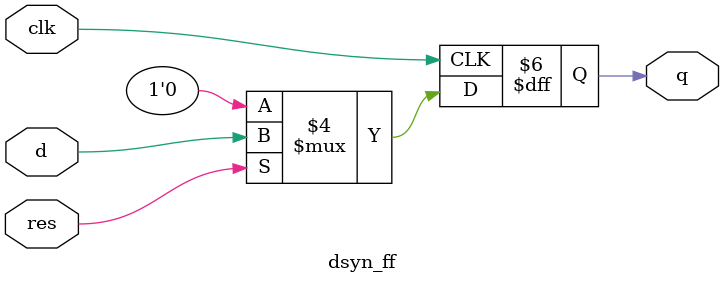
<source format=v>
`timescale 1ns / 1ps


module dsyn_ff(input d,input res,input clk,output reg q);
always @(posedge clk)
if(!res)
q <= 0;
else
q <= d;
endmodule

</source>
